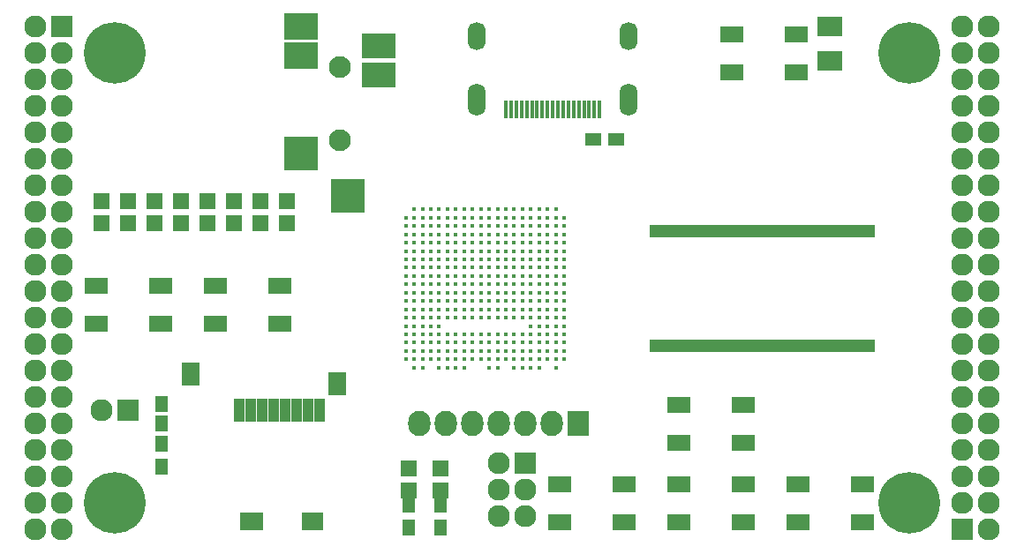
<source format=gts>
G04 #@! TF.FileFunction,Soldermask,Top*
%FSLAX46Y46*%
G04 Gerber Fmt 4.6, Leading zero omitted, Abs format (unit mm)*
G04 Created by KiCad (PCBNEW 4.0.5+dfsg1-4) date Thu May 18 22:57:46 2017*
%MOMM*%
%LPD*%
G01*
G04 APERTURE LIST*
%ADD10C,0.100000*%
%ADD11C,0.430000*%
%ADD12R,2.432000X1.924000*%
%ADD13R,1.100000X2.200000*%
%ADD14R,2.000000X1.800000*%
%ADD15R,2.200000X1.800000*%
%ADD16R,1.800000X2.300000*%
%ADD17R,2.200000X1.500000*%
%ADD18R,1.598880X1.598880*%
%ADD19R,3.200000X2.600000*%
%ADD20R,3.200000X3.200000*%
%ADD21R,3.200000X2.400000*%
%ADD22C,2.100000*%
%ADD23R,0.960000X1.300000*%
%ADD24O,1.700000X3.100000*%
%ADD25O,1.700000X2.700000*%
%ADD26R,0.350000X1.700000*%
%ADD27R,2.127200X2.127200*%
%ADD28O,2.127200X2.127200*%
%ADD29C,5.900000*%
%ADD30R,1.600000X1.300000*%
%ADD31R,2.127200X2.432000*%
%ADD32O,2.127200X2.432000*%
%ADD33R,1.300000X1.600000*%
%ADD34R,1.150000X1.600000*%
G04 APERTURE END LIST*
D10*
D11*
X131680000Y-80200000D03*
X132480000Y-80200000D03*
X133280000Y-80200000D03*
X134080000Y-80200000D03*
X134880000Y-80200000D03*
X135680000Y-80200000D03*
X136480000Y-80200000D03*
X137280000Y-80200000D03*
X138080000Y-80200000D03*
X138880000Y-80200000D03*
X139680000Y-80200000D03*
X140480000Y-80200000D03*
X141280000Y-80200000D03*
X142080000Y-80200000D03*
X142880000Y-80200000D03*
X143680000Y-80200000D03*
X144480000Y-80200000D03*
X145280000Y-80200000D03*
X130880000Y-81000000D03*
X131680000Y-81000000D03*
X132480000Y-81000000D03*
X133280000Y-81000000D03*
X134080000Y-81000000D03*
X134880000Y-81000000D03*
X135680000Y-81000000D03*
X136480000Y-81000000D03*
X137280000Y-81000000D03*
X138080000Y-81000000D03*
X138880000Y-81000000D03*
X139680000Y-81000000D03*
X140480000Y-81000000D03*
X141280000Y-81000000D03*
X142080000Y-81000000D03*
X142880000Y-81000000D03*
X143680000Y-81000000D03*
X144480000Y-81000000D03*
X145280000Y-81000000D03*
X146080000Y-81000000D03*
X130880000Y-81800000D03*
X131680000Y-81800000D03*
X132480000Y-81800000D03*
X133280000Y-81800000D03*
X134080000Y-81800000D03*
X134880000Y-81800000D03*
X135680000Y-81800000D03*
X136480000Y-81800000D03*
X137280000Y-81800000D03*
X138080000Y-81800000D03*
X138880000Y-81800000D03*
X139680000Y-81800000D03*
X140480000Y-81800000D03*
X141280000Y-81800000D03*
X142080000Y-81800000D03*
X142880000Y-81800000D03*
X143680000Y-81800000D03*
X144480000Y-81800000D03*
X145280000Y-81800000D03*
X146080000Y-81800000D03*
X130880000Y-82600000D03*
X131680000Y-82600000D03*
X132480000Y-82600000D03*
X133280000Y-82600000D03*
X134080000Y-82600000D03*
X134880000Y-82600000D03*
X135680000Y-82600000D03*
X136480000Y-82600000D03*
X137280000Y-82600000D03*
X138080000Y-82600000D03*
X138880000Y-82600000D03*
X139680000Y-82600000D03*
X140480000Y-82600000D03*
X141280000Y-82600000D03*
X142080000Y-82600000D03*
X142880000Y-82600000D03*
X143680000Y-82600000D03*
X144480000Y-82600000D03*
X145280000Y-82600000D03*
X146080000Y-82600000D03*
X130880000Y-83400000D03*
X131680000Y-83400000D03*
X132480000Y-83400000D03*
X133280000Y-83400000D03*
X134080000Y-83400000D03*
X134880000Y-83400000D03*
X135680000Y-83400000D03*
X136480000Y-83400000D03*
X137280000Y-83400000D03*
X138080000Y-83400000D03*
X138880000Y-83400000D03*
X139680000Y-83400000D03*
X140480000Y-83400000D03*
X141280000Y-83400000D03*
X142080000Y-83400000D03*
X142880000Y-83400000D03*
X143680000Y-83400000D03*
X144480000Y-83400000D03*
X145280000Y-83400000D03*
X146080000Y-83400000D03*
X130880000Y-84200000D03*
X131680000Y-84200000D03*
X132480000Y-84200000D03*
X133280000Y-84200000D03*
X134080000Y-84200000D03*
X134880000Y-84200000D03*
X135680000Y-84200000D03*
X136480000Y-84200000D03*
X137280000Y-84200000D03*
X138080000Y-84200000D03*
X138880000Y-84200000D03*
X139680000Y-84200000D03*
X140480000Y-84200000D03*
X141280000Y-84200000D03*
X142080000Y-84200000D03*
X142880000Y-84200000D03*
X143680000Y-84200000D03*
X144480000Y-84200000D03*
X145280000Y-84200000D03*
X146080000Y-84200000D03*
X130880000Y-85000000D03*
X131680000Y-85000000D03*
X132480000Y-85000000D03*
X133280000Y-85000000D03*
X134080000Y-85000000D03*
X134880000Y-85000000D03*
X135680000Y-85000000D03*
X136480000Y-85000000D03*
X137280000Y-85000000D03*
X138080000Y-85000000D03*
X138880000Y-85000000D03*
X139680000Y-85000000D03*
X140480000Y-85000000D03*
X141280000Y-85000000D03*
X142080000Y-85000000D03*
X142880000Y-85000000D03*
X143680000Y-85000000D03*
X144480000Y-85000000D03*
X145280000Y-85000000D03*
X146080000Y-85000000D03*
X130880000Y-85800000D03*
X131680000Y-85800000D03*
X132480000Y-85800000D03*
X133280000Y-85800000D03*
X134080000Y-85800000D03*
X134880000Y-85800000D03*
X135680000Y-85800000D03*
X136480000Y-85800000D03*
X137280000Y-85800000D03*
X138080000Y-85800000D03*
X138880000Y-85800000D03*
X139680000Y-85800000D03*
X140480000Y-85800000D03*
X141280000Y-85800000D03*
X142080000Y-85800000D03*
X142880000Y-85800000D03*
X143680000Y-85800000D03*
X144480000Y-85800000D03*
X145280000Y-85800000D03*
X146080000Y-85800000D03*
X130880000Y-86600000D03*
X131680000Y-86600000D03*
X132480000Y-86600000D03*
X133280000Y-86600000D03*
X134080000Y-86600000D03*
X134880000Y-86600000D03*
X135680000Y-86600000D03*
X136480000Y-86600000D03*
X137280000Y-86600000D03*
X138080000Y-86600000D03*
X138880000Y-86600000D03*
X139680000Y-86600000D03*
X140480000Y-86600000D03*
X141280000Y-86600000D03*
X142080000Y-86600000D03*
X142880000Y-86600000D03*
X143680000Y-86600000D03*
X144480000Y-86600000D03*
X145280000Y-86600000D03*
X146080000Y-86600000D03*
X130880000Y-87400000D03*
X131680000Y-87400000D03*
X132480000Y-87400000D03*
X133280000Y-87400000D03*
X134080000Y-87400000D03*
X134880000Y-87400000D03*
X135680000Y-87400000D03*
X136480000Y-87400000D03*
X137280000Y-87400000D03*
X138080000Y-87400000D03*
X138880000Y-87400000D03*
X139680000Y-87400000D03*
X140480000Y-87400000D03*
X141280000Y-87400000D03*
X142080000Y-87400000D03*
X142880000Y-87400000D03*
X143680000Y-87400000D03*
X144480000Y-87400000D03*
X145280000Y-87400000D03*
X146080000Y-87400000D03*
X130880000Y-88200000D03*
X131680000Y-88200000D03*
X132480000Y-88200000D03*
X133280000Y-88200000D03*
X134080000Y-88200000D03*
X134880000Y-88200000D03*
X135680000Y-88200000D03*
X136480000Y-88200000D03*
X137280000Y-88200000D03*
X138080000Y-88200000D03*
X138880000Y-88200000D03*
X139680000Y-88200000D03*
X140480000Y-88200000D03*
X141280000Y-88200000D03*
X142080000Y-88200000D03*
X142880000Y-88200000D03*
X143680000Y-88200000D03*
X144480000Y-88200000D03*
X145280000Y-88200000D03*
X146080000Y-88200000D03*
X130880000Y-89000000D03*
X131680000Y-89000000D03*
X132480000Y-89000000D03*
X133280000Y-89000000D03*
X134080000Y-89000000D03*
X134880000Y-89000000D03*
X135680000Y-89000000D03*
X136480000Y-89000000D03*
X137280000Y-89000000D03*
X138080000Y-89000000D03*
X138880000Y-89000000D03*
X139680000Y-89000000D03*
X140480000Y-89000000D03*
X141280000Y-89000000D03*
X142080000Y-89000000D03*
X142880000Y-89000000D03*
X143680000Y-89000000D03*
X144480000Y-89000000D03*
X145280000Y-89000000D03*
X146080000Y-89000000D03*
X130880000Y-89800000D03*
X131680000Y-89800000D03*
X132480000Y-89800000D03*
X133280000Y-89800000D03*
X134080000Y-89800000D03*
X134880000Y-89800000D03*
X135680000Y-89800000D03*
X136480000Y-89800000D03*
X137280000Y-89800000D03*
X138080000Y-89800000D03*
X138880000Y-89800000D03*
X139680000Y-89800000D03*
X140480000Y-89800000D03*
X141280000Y-89800000D03*
X142080000Y-89800000D03*
X142880000Y-89800000D03*
X143680000Y-89800000D03*
X144480000Y-89800000D03*
X145280000Y-89800000D03*
X146080000Y-89800000D03*
X130880000Y-90600000D03*
X131680000Y-90600000D03*
X132480000Y-90600000D03*
X133280000Y-90600000D03*
X134080000Y-90600000D03*
X134880000Y-90600000D03*
X135680000Y-90600000D03*
X136480000Y-90600000D03*
X137280000Y-90600000D03*
X138080000Y-90600000D03*
X138880000Y-90600000D03*
X139680000Y-90600000D03*
X140480000Y-90600000D03*
X141280000Y-90600000D03*
X142080000Y-90600000D03*
X142880000Y-90600000D03*
X143680000Y-90600000D03*
X144480000Y-90600000D03*
X145280000Y-90600000D03*
X146080000Y-90600000D03*
X130880000Y-91400000D03*
X131680000Y-91400000D03*
X132480000Y-91400000D03*
X133280000Y-91400000D03*
X134080000Y-91400000D03*
X142880000Y-91400000D03*
X143680000Y-91400000D03*
X144480000Y-91400000D03*
X145280000Y-91400000D03*
X146080000Y-91400000D03*
X130880000Y-92200000D03*
X131680000Y-92200000D03*
X132480000Y-92200000D03*
X133280000Y-92200000D03*
X134080000Y-92200000D03*
X134880000Y-92200000D03*
X135680000Y-92200000D03*
X136480000Y-92200000D03*
X137280000Y-92200000D03*
X138080000Y-92200000D03*
X138880000Y-92200000D03*
X139680000Y-92200000D03*
X140480000Y-92200000D03*
X141280000Y-92200000D03*
X142080000Y-92200000D03*
X142880000Y-92200000D03*
X143680000Y-92200000D03*
X144480000Y-92200000D03*
X145280000Y-92200000D03*
X146080000Y-92200000D03*
X130880000Y-93000000D03*
X131680000Y-93000000D03*
X132480000Y-93000000D03*
X133280000Y-93000000D03*
X134080000Y-93000000D03*
X134880000Y-93000000D03*
X135680000Y-93000000D03*
X136480000Y-93000000D03*
X137280000Y-93000000D03*
X138080000Y-93000000D03*
X138880000Y-93000000D03*
X139680000Y-93000000D03*
X140480000Y-93000000D03*
X141280000Y-93000000D03*
X142080000Y-93000000D03*
X142880000Y-93000000D03*
X143680000Y-93000000D03*
X144480000Y-93000000D03*
X145280000Y-93000000D03*
X146080000Y-93000000D03*
X130880000Y-93800000D03*
X131680000Y-93800000D03*
X132480000Y-93800000D03*
X133280000Y-93800000D03*
X134080000Y-93800000D03*
X134880000Y-93800000D03*
X135680000Y-93800000D03*
X136480000Y-93800000D03*
X137280000Y-93800000D03*
X138080000Y-93800000D03*
X138880000Y-93800000D03*
X139680000Y-93800000D03*
X140480000Y-93800000D03*
X141280000Y-93800000D03*
X142080000Y-93800000D03*
X142880000Y-93800000D03*
X143680000Y-93800000D03*
X144480000Y-93800000D03*
X145280000Y-93800000D03*
X146080000Y-93800000D03*
X130880000Y-94600000D03*
X131680000Y-94600000D03*
X132480000Y-94600000D03*
X133280000Y-94600000D03*
X134080000Y-94600000D03*
X134880000Y-94600000D03*
X135680000Y-94600000D03*
X136480000Y-94600000D03*
X137280000Y-94600000D03*
X138080000Y-94600000D03*
X138880000Y-94600000D03*
X139680000Y-94600000D03*
X140480000Y-94600000D03*
X141280000Y-94600000D03*
X142080000Y-94600000D03*
X142880000Y-94600000D03*
X143680000Y-94600000D03*
X144480000Y-94600000D03*
X145280000Y-94600000D03*
X146080000Y-94600000D03*
X131680000Y-95400000D03*
X132480000Y-95400000D03*
X134080000Y-95400000D03*
X134880000Y-95400000D03*
X135680000Y-95400000D03*
X136480000Y-95400000D03*
X138880000Y-95400000D03*
X139680000Y-95400000D03*
X141280000Y-95400000D03*
X142080000Y-95400000D03*
X142880000Y-95400000D03*
X143680000Y-95400000D03*
X145280000Y-95400000D03*
D12*
X171570000Y-65992000D03*
X171570000Y-62690000D03*
D13*
X114930000Y-99520000D03*
X116030000Y-99520000D03*
X117130000Y-99520000D03*
X118230000Y-99520000D03*
X119330000Y-99520000D03*
X120430000Y-99520000D03*
X121530000Y-99520000D03*
X122630000Y-99520000D03*
D14*
X121920000Y-110120000D03*
D15*
X116120000Y-110120000D03*
D16*
X124320000Y-96970000D03*
X110270000Y-95970000D03*
D17*
X101160000Y-87510000D03*
X107360000Y-87510000D03*
X101160000Y-91210000D03*
X107360000Y-91210000D03*
X112590000Y-87510000D03*
X118790000Y-87510000D03*
X112590000Y-91210000D03*
X118790000Y-91210000D03*
X157040000Y-98940000D03*
X163240000Y-98940000D03*
X157040000Y-102640000D03*
X163240000Y-102640000D03*
X163240000Y-110260000D03*
X157040000Y-110260000D03*
X163240000Y-106560000D03*
X157040000Y-106560000D03*
X151810000Y-110260000D03*
X145610000Y-110260000D03*
X151810000Y-106560000D03*
X145610000Y-106560000D03*
X174670000Y-110260000D03*
X168470000Y-110260000D03*
X174670000Y-106560000D03*
X168470000Y-106560000D03*
D18*
X119500000Y-81519020D03*
X119500000Y-79420980D03*
X116960000Y-81519020D03*
X116960000Y-79420980D03*
X114420000Y-81519020D03*
X114420000Y-79420980D03*
X111880000Y-81519020D03*
X111880000Y-79420980D03*
X109340000Y-81519020D03*
X109340000Y-79420980D03*
X106800000Y-81519020D03*
X106800000Y-79420980D03*
X104260000Y-81519020D03*
X104260000Y-79420980D03*
X101720000Y-81519020D03*
X101720000Y-79420980D03*
D19*
X120880000Y-62640000D03*
X120880000Y-65440000D03*
D20*
X120880000Y-74840000D03*
X125330000Y-78940000D03*
D21*
X128280000Y-67340000D03*
X128280000Y-64540000D03*
D22*
X124580000Y-66540000D03*
X124580000Y-73540000D03*
D23*
X175480000Y-82270000D03*
X154680000Y-93330000D03*
X155480000Y-93330000D03*
X156280000Y-93330000D03*
X157080000Y-93330000D03*
X157880000Y-93330000D03*
X158680000Y-93330000D03*
X159480000Y-93330000D03*
X160280000Y-93330000D03*
X161080000Y-93330000D03*
X161880000Y-93330000D03*
X162680000Y-93330000D03*
X163480000Y-93330000D03*
X164280000Y-93330000D03*
X165080000Y-93330000D03*
X165880000Y-93330000D03*
X166680000Y-93330000D03*
X167480000Y-93330000D03*
X168280000Y-93330000D03*
X169080000Y-93330000D03*
X169880000Y-93330000D03*
X170680000Y-93330000D03*
X171480000Y-93330000D03*
X172280000Y-93330000D03*
X173080000Y-93330000D03*
X173880000Y-93330000D03*
X174680000Y-93330000D03*
X175480000Y-93330000D03*
X174680000Y-82270000D03*
X173880000Y-82270000D03*
X173080000Y-82270000D03*
X172280000Y-82270000D03*
X171480000Y-82270000D03*
X170680000Y-82270000D03*
X169880000Y-82270000D03*
X169080000Y-82270000D03*
X168280000Y-82270000D03*
X167480000Y-82270000D03*
X166680000Y-82270000D03*
X165880000Y-82270000D03*
X165080000Y-82270000D03*
X164280000Y-82270000D03*
X163480000Y-82270000D03*
X162680000Y-82270000D03*
X161880000Y-82270000D03*
X161080000Y-82270000D03*
X160280000Y-82270000D03*
X159480000Y-82270000D03*
X158680000Y-82270000D03*
X157880000Y-82270000D03*
X157080000Y-82270000D03*
X156280000Y-82270000D03*
X155480000Y-82270000D03*
X154680000Y-82270000D03*
D24*
X152280000Y-69650000D03*
X137680000Y-69650000D03*
D25*
X137680000Y-63600000D03*
D26*
X140480000Y-70600000D03*
X140980000Y-70600000D03*
X141480000Y-70600000D03*
X141980000Y-70600000D03*
X142480000Y-70600000D03*
X142980000Y-70600000D03*
X143480000Y-70600000D03*
X143980000Y-70600000D03*
X144480000Y-70600000D03*
X144980000Y-70600000D03*
X145480000Y-70600000D03*
X145980000Y-70600000D03*
X146480000Y-70600000D03*
X146980000Y-70600000D03*
X147480000Y-70600000D03*
X147980000Y-70600000D03*
X148480000Y-70600000D03*
X148980000Y-70600000D03*
X149480000Y-70600000D03*
D25*
X152280000Y-63600000D03*
D27*
X97910000Y-62690000D03*
D28*
X95370000Y-62690000D03*
X97910000Y-65230000D03*
X95370000Y-65230000D03*
X97910000Y-67770000D03*
X95370000Y-67770000D03*
X97910000Y-70310000D03*
X95370000Y-70310000D03*
X97910000Y-72850000D03*
X95370000Y-72850000D03*
X97910000Y-75390000D03*
X95370000Y-75390000D03*
X97910000Y-77930000D03*
X95370000Y-77930000D03*
X97910000Y-80470000D03*
X95370000Y-80470000D03*
X97910000Y-83010000D03*
X95370000Y-83010000D03*
X97910000Y-85550000D03*
X95370000Y-85550000D03*
X97910000Y-88090000D03*
X95370000Y-88090000D03*
X97910000Y-90630000D03*
X95370000Y-90630000D03*
X97910000Y-93170000D03*
X95370000Y-93170000D03*
X97910000Y-95710000D03*
X95370000Y-95710000D03*
X97910000Y-98250000D03*
X95370000Y-98250000D03*
X97910000Y-100790000D03*
X95370000Y-100790000D03*
X97910000Y-103330000D03*
X95370000Y-103330000D03*
X97910000Y-105870000D03*
X95370000Y-105870000D03*
X97910000Y-108410000D03*
X95370000Y-108410000D03*
X97910000Y-110950000D03*
X95370000Y-110950000D03*
D27*
X184270000Y-110950000D03*
D28*
X186810000Y-110950000D03*
X184270000Y-108410000D03*
X186810000Y-108410000D03*
X184270000Y-105870000D03*
X186810000Y-105870000D03*
X184270000Y-103330000D03*
X186810000Y-103330000D03*
X184270000Y-100790000D03*
X186810000Y-100790000D03*
X184270000Y-98250000D03*
X186810000Y-98250000D03*
X184270000Y-95710000D03*
X186810000Y-95710000D03*
X184270000Y-93170000D03*
X186810000Y-93170000D03*
X184270000Y-90630000D03*
X186810000Y-90630000D03*
X184270000Y-88090000D03*
X186810000Y-88090000D03*
X184270000Y-85550000D03*
X186810000Y-85550000D03*
X184270000Y-83010000D03*
X186810000Y-83010000D03*
X184270000Y-80470000D03*
X186810000Y-80470000D03*
X184270000Y-77930000D03*
X186810000Y-77930000D03*
X184270000Y-75390000D03*
X186810000Y-75390000D03*
X184270000Y-72850000D03*
X186810000Y-72850000D03*
X184270000Y-70310000D03*
X186810000Y-70310000D03*
X184270000Y-67770000D03*
X186810000Y-67770000D03*
X184270000Y-65230000D03*
X186810000Y-65230000D03*
X184270000Y-62690000D03*
X186810000Y-62690000D03*
D29*
X102990000Y-108410000D03*
X179190000Y-108410000D03*
X179190000Y-65230000D03*
X102990000Y-65230000D03*
D17*
X168320000Y-67080000D03*
X162120000Y-67080000D03*
X168320000Y-63380000D03*
X162120000Y-63380000D03*
D30*
X151080000Y-73485000D03*
X148880000Y-73485000D03*
D27*
X104260000Y-99520000D03*
D28*
X101720000Y-99520000D03*
D31*
X147440000Y-100790000D03*
D32*
X144900000Y-100790000D03*
X142360000Y-100790000D03*
X139820000Y-100790000D03*
X137280000Y-100790000D03*
X134740000Y-100790000D03*
X132200000Y-100790000D03*
D18*
X131184000Y-105074980D03*
X131184000Y-107173020D03*
X134232000Y-107173020D03*
X134232000Y-105074980D03*
D33*
X131184000Y-108580000D03*
X131184000Y-110780000D03*
X134232000Y-110780000D03*
X134232000Y-108580000D03*
D34*
X107480000Y-100750000D03*
X107480000Y-98850000D03*
D33*
X107480000Y-102700000D03*
X107480000Y-104900000D03*
D27*
X142360000Y-104600000D03*
D28*
X139820000Y-104600000D03*
X142360000Y-107140000D03*
X139820000Y-107140000D03*
X142360000Y-109680000D03*
X139820000Y-109680000D03*
M02*

</source>
